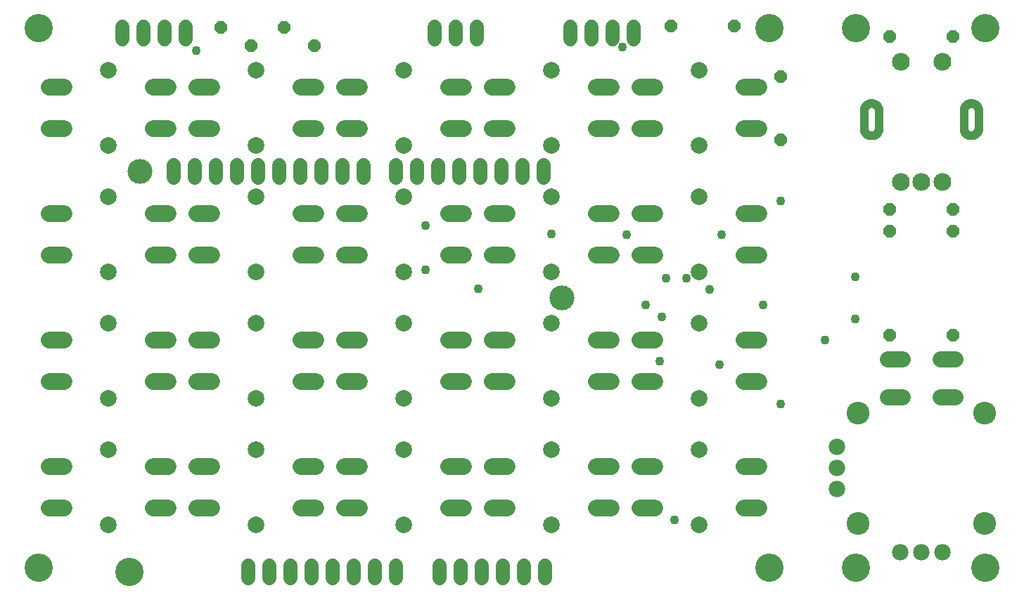
<source format=gbr>
G04 EAGLE Gerber RS-274X export*
G75*
%MOMM*%
%FSLAX34Y34*%
%LPD*%
%INSoldermask Bottom*%
%IPPOS*%
%AMOC8*
5,1,8,0,0,1.08239X$1,22.5*%
G01*
%ADD10C,3.403200*%
%ADD11C,3.003200*%
%ADD12C,1.727200*%
%ADD13C,1.993900*%
%ADD14C,2.006600*%
%ADD15C,2.743200*%
%ADD16C,1.981200*%
%ADD17C,1.981200*%
%ADD18C,2.133600*%
%ADD19C,1.016000*%
%ADD20P,1.649562X8X202.500000*%
%ADD21P,1.649562X8X22.500000*%
%ADD22P,1.649562X8X112.500000*%
%ADD23C,1.092200*%


D10*
X30000Y30000D03*
X1170000Y30000D03*
X30000Y680000D03*
X1170000Y680000D03*
X910000Y680000D03*
X910000Y30000D03*
X1014400Y30000D03*
X1014400Y680000D03*
X139700Y25400D03*
D11*
X152400Y508000D03*
X660400Y355600D03*
D12*
X192481Y500126D02*
X192481Y515366D01*
X217881Y515366D02*
X217881Y500126D01*
X243281Y500126D02*
X243281Y515366D01*
X268681Y515366D02*
X268681Y500126D01*
X294081Y500126D02*
X294081Y515366D01*
X319481Y515366D02*
X319481Y500126D01*
X344881Y500126D02*
X344881Y515366D01*
X370281Y515366D02*
X370281Y500126D01*
X395681Y500126D02*
X395681Y515366D01*
X421081Y515366D02*
X421081Y500126D01*
X460451Y500126D02*
X460451Y515366D01*
X485851Y515366D02*
X485851Y500126D01*
X511251Y500126D02*
X511251Y515366D01*
X536651Y515366D02*
X536651Y500126D01*
X562051Y500126D02*
X562051Y515366D01*
X587451Y515366D02*
X587451Y500126D01*
X612851Y500126D02*
X612851Y515366D01*
X638251Y515366D02*
X638251Y500126D01*
X512521Y32766D02*
X512521Y17526D01*
X537921Y17526D02*
X537921Y32766D01*
X563321Y32766D02*
X563321Y17526D01*
X588721Y17526D02*
X588721Y32766D01*
X614121Y32766D02*
X614121Y17526D01*
X639521Y17526D02*
X639521Y32766D01*
X282651Y32766D02*
X282651Y17526D01*
X308051Y17526D02*
X308051Y32766D01*
X333451Y32766D02*
X333451Y17526D01*
X358851Y17526D02*
X358851Y32766D01*
X384251Y32766D02*
X384251Y17526D01*
X409651Y17526D02*
X409651Y32766D01*
X435051Y32766D02*
X435051Y17526D01*
X460451Y17526D02*
X460451Y32766D01*
D13*
X60770Y559308D02*
X42863Y559308D01*
X167831Y559308D02*
X185738Y559308D01*
X60770Y609092D02*
X42863Y609092D01*
X167831Y609092D02*
X185738Y609092D01*
D14*
X114300Y539242D03*
X114300Y629158D03*
D13*
X220663Y559308D02*
X238570Y559308D01*
X345631Y559308D02*
X363538Y559308D01*
X238570Y609092D02*
X220663Y609092D01*
X345631Y609092D02*
X363538Y609092D01*
D14*
X292100Y539242D03*
X292100Y629158D03*
D13*
X398463Y559308D02*
X416370Y559308D01*
X523431Y559308D02*
X541338Y559308D01*
X416370Y609092D02*
X398463Y609092D01*
X523431Y609092D02*
X541338Y609092D01*
D14*
X469900Y539242D03*
X469900Y629158D03*
D13*
X576263Y559308D02*
X594170Y559308D01*
X701231Y559308D02*
X719138Y559308D01*
X594170Y609092D02*
X576263Y609092D01*
X701231Y609092D02*
X719138Y609092D01*
D14*
X647700Y539242D03*
X647700Y629158D03*
D13*
X754063Y559308D02*
X771970Y559308D01*
X879031Y559308D02*
X896938Y559308D01*
X771970Y609092D02*
X754063Y609092D01*
X879031Y609092D02*
X896938Y609092D01*
D14*
X825500Y539242D03*
X825500Y629158D03*
D13*
X60770Y406908D02*
X42863Y406908D01*
X167831Y406908D02*
X185738Y406908D01*
X60770Y456692D02*
X42863Y456692D01*
X167831Y456692D02*
X185738Y456692D01*
D14*
X114300Y386842D03*
X114300Y476758D03*
D13*
X220663Y406908D02*
X238570Y406908D01*
X345631Y406908D02*
X363538Y406908D01*
X238570Y456692D02*
X220663Y456692D01*
X345631Y456692D02*
X363538Y456692D01*
D14*
X292100Y386842D03*
X292100Y476758D03*
D13*
X398463Y406908D02*
X416370Y406908D01*
X523431Y406908D02*
X541338Y406908D01*
X416370Y456692D02*
X398463Y456692D01*
X523431Y456692D02*
X541338Y456692D01*
D14*
X469900Y386842D03*
X469900Y476758D03*
D13*
X576263Y406908D02*
X594170Y406908D01*
X701231Y406908D02*
X719138Y406908D01*
X594170Y456692D02*
X576263Y456692D01*
X701231Y456692D02*
X719138Y456692D01*
D14*
X647700Y386842D03*
X647700Y476758D03*
D13*
X754063Y406908D02*
X771970Y406908D01*
X879031Y406908D02*
X896938Y406908D01*
X771970Y456692D02*
X754063Y456692D01*
X879031Y456692D02*
X896938Y456692D01*
D14*
X825500Y386842D03*
X825500Y476758D03*
D13*
X60770Y254508D02*
X42863Y254508D01*
X167831Y254508D02*
X185738Y254508D01*
X60770Y304292D02*
X42863Y304292D01*
X167831Y304292D02*
X185738Y304292D01*
D14*
X114300Y234442D03*
X114300Y324358D03*
D13*
X220663Y254508D02*
X238570Y254508D01*
X345631Y254508D02*
X363538Y254508D01*
X238570Y304292D02*
X220663Y304292D01*
X345631Y304292D02*
X363538Y304292D01*
D14*
X292100Y234442D03*
X292100Y324358D03*
D13*
X398463Y254508D02*
X416370Y254508D01*
X523431Y254508D02*
X541338Y254508D01*
X416370Y304292D02*
X398463Y304292D01*
X523431Y304292D02*
X541338Y304292D01*
D14*
X469900Y234442D03*
X469900Y324358D03*
D13*
X576263Y254508D02*
X594170Y254508D01*
X701231Y254508D02*
X719138Y254508D01*
X594170Y304292D02*
X576263Y304292D01*
X701231Y304292D02*
X719138Y304292D01*
D14*
X647700Y234442D03*
X647700Y324358D03*
D13*
X754063Y254508D02*
X771970Y254508D01*
X879031Y254508D02*
X896938Y254508D01*
X771970Y304292D02*
X754063Y304292D01*
X879031Y304292D02*
X896938Y304292D01*
D14*
X825500Y234442D03*
X825500Y324358D03*
D13*
X60770Y102108D02*
X42863Y102108D01*
X167831Y102108D02*
X185738Y102108D01*
X60770Y151892D02*
X42863Y151892D01*
X167831Y151892D02*
X185738Y151892D01*
D14*
X114300Y82042D03*
X114300Y171958D03*
D13*
X220663Y102108D02*
X238570Y102108D01*
X345631Y102108D02*
X363538Y102108D01*
X238570Y151892D02*
X220663Y151892D01*
X345631Y151892D02*
X363538Y151892D01*
D14*
X292100Y82042D03*
X292100Y171958D03*
D13*
X398463Y102108D02*
X416370Y102108D01*
X523431Y102108D02*
X541338Y102108D01*
X416370Y151892D02*
X398463Y151892D01*
X523431Y151892D02*
X541338Y151892D01*
D14*
X469900Y82042D03*
X469900Y171958D03*
D13*
X576263Y102108D02*
X594170Y102108D01*
X701231Y102108D02*
X719138Y102108D01*
X594170Y151892D02*
X576263Y151892D01*
X701231Y151892D02*
X719138Y151892D01*
D14*
X647700Y82042D03*
X647700Y171958D03*
D13*
X754063Y102108D02*
X771970Y102108D01*
X879031Y102108D02*
X896938Y102108D01*
X771970Y151892D02*
X754063Y151892D01*
X879031Y151892D02*
X896938Y151892D01*
D14*
X825500Y82042D03*
X825500Y171958D03*
D15*
X1016800Y216675D03*
X1169200Y216675D03*
X1169200Y83325D03*
X1016800Y83325D03*
D16*
X1118400Y48400D03*
X1093000Y48400D03*
X1067600Y48400D03*
X991400Y150000D03*
X991400Y124600D03*
X991400Y175400D03*
D17*
X1115860Y236200D02*
X1133640Y236200D01*
X1070140Y236200D02*
X1052360Y236200D01*
X1052360Y281200D02*
X1070140Y281200D01*
X1115860Y281200D02*
X1133640Y281200D01*
D18*
X1068000Y495000D03*
X1093000Y495000D03*
X1118000Y495000D03*
X1068000Y640000D03*
X1118000Y640000D03*
D19*
X1042000Y580500D02*
X1042000Y559500D01*
X1024000Y559500D02*
X1024000Y580500D01*
X1024000Y559500D02*
X1024003Y559281D01*
X1024011Y559062D01*
X1024024Y558843D01*
X1024043Y558625D01*
X1024067Y558407D01*
X1024096Y558190D01*
X1024130Y557973D01*
X1024170Y557758D01*
X1024215Y557543D01*
X1024266Y557330D01*
X1024321Y557118D01*
X1024382Y556907D01*
X1024447Y556698D01*
X1024518Y556491D01*
X1024594Y556285D01*
X1024675Y556081D01*
X1024760Y555879D01*
X1024851Y555680D01*
X1024946Y555483D01*
X1025047Y555288D01*
X1025152Y555095D01*
X1025261Y554905D01*
X1025375Y554718D01*
X1025494Y554534D01*
X1025617Y554353D01*
X1025745Y554175D01*
X1025877Y553999D01*
X1026013Y553828D01*
X1026153Y553659D01*
X1026297Y553494D01*
X1026445Y553333D01*
X1026597Y553175D01*
X1026753Y553021D01*
X1026913Y552871D01*
X1027076Y552724D01*
X1027243Y552582D01*
X1027413Y552444D01*
X1027587Y552310D01*
X1027763Y552180D01*
X1027943Y552055D01*
X1028126Y551934D01*
X1028312Y551818D01*
X1028500Y551706D01*
X1028691Y551599D01*
X1028885Y551496D01*
X1029081Y551398D01*
X1029279Y551305D01*
X1029480Y551217D01*
X1029683Y551134D01*
X1029888Y551055D01*
X1030094Y550982D01*
X1030302Y550914D01*
X1030512Y550851D01*
X1030724Y550793D01*
X1030936Y550740D01*
X1031150Y550692D01*
X1031365Y550650D01*
X1031581Y550613D01*
X1031798Y550581D01*
X1032016Y550554D01*
X1032234Y550533D01*
X1032452Y550517D01*
X1032671Y550506D01*
X1032890Y550501D01*
X1033110Y550501D01*
X1033329Y550506D01*
X1033548Y550517D01*
X1033766Y550533D01*
X1033984Y550554D01*
X1034202Y550581D01*
X1034419Y550613D01*
X1034635Y550650D01*
X1034850Y550692D01*
X1035064Y550740D01*
X1035276Y550793D01*
X1035488Y550851D01*
X1035698Y550914D01*
X1035906Y550982D01*
X1036112Y551055D01*
X1036317Y551134D01*
X1036520Y551217D01*
X1036721Y551305D01*
X1036919Y551398D01*
X1037115Y551496D01*
X1037309Y551599D01*
X1037500Y551706D01*
X1037688Y551818D01*
X1037874Y551934D01*
X1038057Y552055D01*
X1038237Y552180D01*
X1038413Y552310D01*
X1038587Y552444D01*
X1038757Y552582D01*
X1038924Y552724D01*
X1039087Y552871D01*
X1039247Y553021D01*
X1039403Y553175D01*
X1039555Y553333D01*
X1039703Y553494D01*
X1039847Y553659D01*
X1039987Y553828D01*
X1040123Y553999D01*
X1040255Y554175D01*
X1040383Y554353D01*
X1040506Y554534D01*
X1040625Y554718D01*
X1040739Y554905D01*
X1040848Y555095D01*
X1040953Y555288D01*
X1041054Y555483D01*
X1041149Y555680D01*
X1041240Y555879D01*
X1041325Y556081D01*
X1041406Y556285D01*
X1041482Y556491D01*
X1041553Y556698D01*
X1041618Y556907D01*
X1041679Y557118D01*
X1041734Y557330D01*
X1041785Y557543D01*
X1041830Y557758D01*
X1041870Y557973D01*
X1041904Y558190D01*
X1041933Y558407D01*
X1041957Y558625D01*
X1041976Y558843D01*
X1041989Y559062D01*
X1041997Y559281D01*
X1042000Y559500D01*
X1042000Y580500D02*
X1041997Y580719D01*
X1041989Y580938D01*
X1041976Y581157D01*
X1041957Y581375D01*
X1041933Y581593D01*
X1041904Y581810D01*
X1041870Y582027D01*
X1041830Y582242D01*
X1041785Y582457D01*
X1041734Y582670D01*
X1041679Y582882D01*
X1041618Y583093D01*
X1041553Y583302D01*
X1041482Y583509D01*
X1041406Y583715D01*
X1041325Y583919D01*
X1041240Y584121D01*
X1041149Y584320D01*
X1041054Y584517D01*
X1040953Y584712D01*
X1040848Y584905D01*
X1040739Y585095D01*
X1040625Y585282D01*
X1040506Y585466D01*
X1040383Y585647D01*
X1040255Y585825D01*
X1040123Y586001D01*
X1039987Y586172D01*
X1039847Y586341D01*
X1039703Y586506D01*
X1039555Y586667D01*
X1039403Y586825D01*
X1039247Y586979D01*
X1039087Y587129D01*
X1038924Y587276D01*
X1038757Y587418D01*
X1038587Y587556D01*
X1038413Y587690D01*
X1038237Y587820D01*
X1038057Y587945D01*
X1037874Y588066D01*
X1037688Y588182D01*
X1037500Y588294D01*
X1037309Y588401D01*
X1037115Y588504D01*
X1036919Y588602D01*
X1036721Y588695D01*
X1036520Y588783D01*
X1036317Y588866D01*
X1036112Y588945D01*
X1035906Y589018D01*
X1035698Y589086D01*
X1035488Y589149D01*
X1035276Y589207D01*
X1035064Y589260D01*
X1034850Y589308D01*
X1034635Y589350D01*
X1034419Y589387D01*
X1034202Y589419D01*
X1033984Y589446D01*
X1033766Y589467D01*
X1033548Y589483D01*
X1033329Y589494D01*
X1033110Y589499D01*
X1032890Y589499D01*
X1032671Y589494D01*
X1032452Y589483D01*
X1032234Y589467D01*
X1032016Y589446D01*
X1031798Y589419D01*
X1031581Y589387D01*
X1031365Y589350D01*
X1031150Y589308D01*
X1030936Y589260D01*
X1030724Y589207D01*
X1030512Y589149D01*
X1030302Y589086D01*
X1030094Y589018D01*
X1029888Y588945D01*
X1029683Y588866D01*
X1029480Y588783D01*
X1029279Y588695D01*
X1029081Y588602D01*
X1028885Y588504D01*
X1028691Y588401D01*
X1028500Y588294D01*
X1028312Y588182D01*
X1028126Y588066D01*
X1027943Y587945D01*
X1027763Y587820D01*
X1027587Y587690D01*
X1027413Y587556D01*
X1027243Y587418D01*
X1027076Y587276D01*
X1026913Y587129D01*
X1026753Y586979D01*
X1026597Y586825D01*
X1026445Y586667D01*
X1026297Y586506D01*
X1026153Y586341D01*
X1026013Y586172D01*
X1025877Y586001D01*
X1025745Y585825D01*
X1025617Y585647D01*
X1025494Y585466D01*
X1025375Y585282D01*
X1025261Y585095D01*
X1025152Y584905D01*
X1025047Y584712D01*
X1024946Y584517D01*
X1024851Y584320D01*
X1024760Y584121D01*
X1024675Y583919D01*
X1024594Y583715D01*
X1024518Y583509D01*
X1024447Y583302D01*
X1024382Y583093D01*
X1024321Y582882D01*
X1024266Y582670D01*
X1024215Y582457D01*
X1024170Y582242D01*
X1024130Y582027D01*
X1024096Y581810D01*
X1024067Y581593D01*
X1024043Y581375D01*
X1024024Y581157D01*
X1024011Y580938D01*
X1024003Y580719D01*
X1024000Y580500D01*
X1144000Y580500D02*
X1144000Y559500D01*
X1162000Y559500D02*
X1162000Y580500D01*
X1161997Y580719D01*
X1161989Y580938D01*
X1161976Y581157D01*
X1161957Y581375D01*
X1161933Y581593D01*
X1161904Y581810D01*
X1161870Y582027D01*
X1161830Y582242D01*
X1161785Y582457D01*
X1161734Y582670D01*
X1161679Y582882D01*
X1161618Y583093D01*
X1161553Y583302D01*
X1161482Y583509D01*
X1161406Y583715D01*
X1161325Y583919D01*
X1161240Y584121D01*
X1161149Y584320D01*
X1161054Y584517D01*
X1160953Y584712D01*
X1160848Y584905D01*
X1160739Y585095D01*
X1160625Y585282D01*
X1160506Y585466D01*
X1160383Y585647D01*
X1160255Y585825D01*
X1160123Y586001D01*
X1159987Y586172D01*
X1159847Y586341D01*
X1159703Y586506D01*
X1159555Y586667D01*
X1159403Y586825D01*
X1159247Y586979D01*
X1159087Y587129D01*
X1158924Y587276D01*
X1158757Y587418D01*
X1158587Y587556D01*
X1158413Y587690D01*
X1158237Y587820D01*
X1158057Y587945D01*
X1157874Y588066D01*
X1157688Y588182D01*
X1157500Y588294D01*
X1157309Y588401D01*
X1157115Y588504D01*
X1156919Y588602D01*
X1156721Y588695D01*
X1156520Y588783D01*
X1156317Y588866D01*
X1156112Y588945D01*
X1155906Y589018D01*
X1155698Y589086D01*
X1155488Y589149D01*
X1155276Y589207D01*
X1155064Y589260D01*
X1154850Y589308D01*
X1154635Y589350D01*
X1154419Y589387D01*
X1154202Y589419D01*
X1153984Y589446D01*
X1153766Y589467D01*
X1153548Y589483D01*
X1153329Y589494D01*
X1153110Y589499D01*
X1152890Y589499D01*
X1152671Y589494D01*
X1152452Y589483D01*
X1152234Y589467D01*
X1152016Y589446D01*
X1151798Y589419D01*
X1151581Y589387D01*
X1151365Y589350D01*
X1151150Y589308D01*
X1150936Y589260D01*
X1150724Y589207D01*
X1150512Y589149D01*
X1150302Y589086D01*
X1150094Y589018D01*
X1149888Y588945D01*
X1149683Y588866D01*
X1149480Y588783D01*
X1149279Y588695D01*
X1149081Y588602D01*
X1148885Y588504D01*
X1148691Y588401D01*
X1148500Y588294D01*
X1148312Y588182D01*
X1148126Y588066D01*
X1147943Y587945D01*
X1147763Y587820D01*
X1147587Y587690D01*
X1147413Y587556D01*
X1147243Y587418D01*
X1147076Y587276D01*
X1146913Y587129D01*
X1146753Y586979D01*
X1146597Y586825D01*
X1146445Y586667D01*
X1146297Y586506D01*
X1146153Y586341D01*
X1146013Y586172D01*
X1145877Y586001D01*
X1145745Y585825D01*
X1145617Y585647D01*
X1145494Y585466D01*
X1145375Y585282D01*
X1145261Y585095D01*
X1145152Y584905D01*
X1145047Y584712D01*
X1144946Y584517D01*
X1144851Y584320D01*
X1144760Y584121D01*
X1144675Y583919D01*
X1144594Y583715D01*
X1144518Y583509D01*
X1144447Y583302D01*
X1144382Y583093D01*
X1144321Y582882D01*
X1144266Y582670D01*
X1144215Y582457D01*
X1144170Y582242D01*
X1144130Y582027D01*
X1144096Y581810D01*
X1144067Y581593D01*
X1144043Y581375D01*
X1144024Y581157D01*
X1144011Y580938D01*
X1144003Y580719D01*
X1144000Y580500D01*
X1144000Y559500D02*
X1144003Y559281D01*
X1144011Y559062D01*
X1144024Y558843D01*
X1144043Y558625D01*
X1144067Y558407D01*
X1144096Y558190D01*
X1144130Y557973D01*
X1144170Y557758D01*
X1144215Y557543D01*
X1144266Y557330D01*
X1144321Y557118D01*
X1144382Y556907D01*
X1144447Y556698D01*
X1144518Y556491D01*
X1144594Y556285D01*
X1144675Y556081D01*
X1144760Y555879D01*
X1144851Y555680D01*
X1144946Y555483D01*
X1145047Y555288D01*
X1145152Y555095D01*
X1145261Y554905D01*
X1145375Y554718D01*
X1145494Y554534D01*
X1145617Y554353D01*
X1145745Y554175D01*
X1145877Y553999D01*
X1146013Y553828D01*
X1146153Y553659D01*
X1146297Y553494D01*
X1146445Y553333D01*
X1146597Y553175D01*
X1146753Y553021D01*
X1146913Y552871D01*
X1147076Y552724D01*
X1147243Y552582D01*
X1147413Y552444D01*
X1147587Y552310D01*
X1147763Y552180D01*
X1147943Y552055D01*
X1148126Y551934D01*
X1148312Y551818D01*
X1148500Y551706D01*
X1148691Y551599D01*
X1148885Y551496D01*
X1149081Y551398D01*
X1149279Y551305D01*
X1149480Y551217D01*
X1149683Y551134D01*
X1149888Y551055D01*
X1150094Y550982D01*
X1150302Y550914D01*
X1150512Y550851D01*
X1150724Y550793D01*
X1150936Y550740D01*
X1151150Y550692D01*
X1151365Y550650D01*
X1151581Y550613D01*
X1151798Y550581D01*
X1152016Y550554D01*
X1152234Y550533D01*
X1152452Y550517D01*
X1152671Y550506D01*
X1152890Y550501D01*
X1153110Y550501D01*
X1153329Y550506D01*
X1153548Y550517D01*
X1153766Y550533D01*
X1153984Y550554D01*
X1154202Y550581D01*
X1154419Y550613D01*
X1154635Y550650D01*
X1154850Y550692D01*
X1155064Y550740D01*
X1155276Y550793D01*
X1155488Y550851D01*
X1155698Y550914D01*
X1155906Y550982D01*
X1156112Y551055D01*
X1156317Y551134D01*
X1156520Y551217D01*
X1156721Y551305D01*
X1156919Y551398D01*
X1157115Y551496D01*
X1157309Y551599D01*
X1157500Y551706D01*
X1157688Y551818D01*
X1157874Y551934D01*
X1158057Y552055D01*
X1158237Y552180D01*
X1158413Y552310D01*
X1158587Y552444D01*
X1158757Y552582D01*
X1158924Y552724D01*
X1159087Y552871D01*
X1159247Y553021D01*
X1159403Y553175D01*
X1159555Y553333D01*
X1159703Y553494D01*
X1159847Y553659D01*
X1159987Y553828D01*
X1160123Y553999D01*
X1160255Y554175D01*
X1160383Y554353D01*
X1160506Y554534D01*
X1160625Y554718D01*
X1160739Y554905D01*
X1160848Y555095D01*
X1160953Y555288D01*
X1161054Y555483D01*
X1161149Y555680D01*
X1161240Y555879D01*
X1161325Y556081D01*
X1161406Y556285D01*
X1161482Y556491D01*
X1161553Y556698D01*
X1161618Y556907D01*
X1161679Y557118D01*
X1161734Y557330D01*
X1161785Y557543D01*
X1161830Y557758D01*
X1161870Y557973D01*
X1161904Y558190D01*
X1161933Y558407D01*
X1161957Y558625D01*
X1161976Y558843D01*
X1161989Y559062D01*
X1161997Y559281D01*
X1162000Y559500D01*
D20*
X1131100Y462000D03*
X1054900Y462000D03*
D21*
X1054900Y670000D03*
X1131100Y670000D03*
X1054900Y436000D03*
X1131100Y436000D03*
D20*
X1131100Y310000D03*
X1054900Y310000D03*
D12*
X130810Y666750D02*
X130810Y681990D01*
X156210Y681990D02*
X156210Y666750D01*
X181610Y666750D02*
X181610Y681990D01*
X207010Y681990D02*
X207010Y666750D01*
X670560Y666750D02*
X670560Y681990D01*
X695960Y681990D02*
X695960Y666750D01*
X721360Y666750D02*
X721360Y681990D01*
X746760Y681990D02*
X746760Y666750D01*
D20*
X325450Y681304D03*
X249250Y681304D03*
X362255Y659282D03*
X286055Y659282D03*
D21*
X791108Y683209D03*
X867308Y683209D03*
D22*
X923239Y546125D03*
X923239Y622325D03*
D12*
X506730Y666750D02*
X506730Y681990D01*
X532130Y681990D02*
X532130Y666750D01*
X557530Y666750D02*
X557530Y681990D01*
D23*
X733349Y657682D03*
X737616Y431038D03*
X785622Y378714D03*
X810260Y378714D03*
X901954Y346710D03*
X495917Y388833D03*
X495993Y442841D03*
X838200Y365252D03*
X851916Y431038D03*
X559054Y366014D03*
X780034Y332232D03*
X1012952Y330200D03*
X778002Y279400D03*
X976376Y304800D03*
X647609Y431960D03*
X760496Y347127D03*
X219456Y653415D03*
X923163Y471907D03*
X923163Y227609D03*
X1012952Y381000D03*
X795274Y87630D03*
X849884Y274828D03*
M02*

</source>
